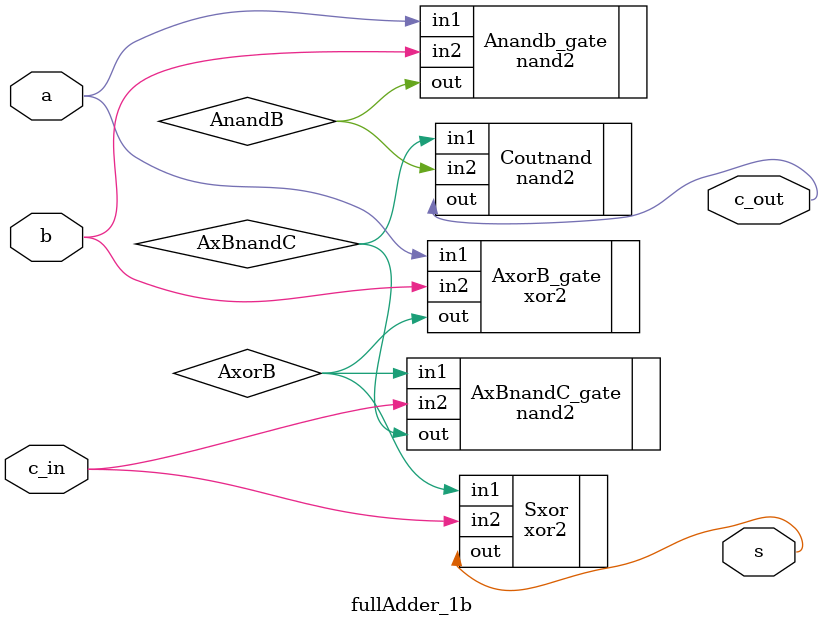
<source format=v>
/*
    CS/ECE 552 Spring '20
    Homework #1, Problem 2
    
    a 1-bit full adder
*/
module fullAdder_1b(s, c_out, a, b, c_in);
    output s;
    output c_out;
    input   a, b;
    input  c_in;

    // YOUR CODE HERE
    wire s, c_out;
    wire AnandB, AxorB, AxBnandC;
    xor2 AxorB_gate(.out(AxorB), .in1(a), .in2(b));
    xor2 Sxor(.out(s), .in1(AxorB), .in2(c_in));

    nand2 Anandb_gate(.out(AnandB), .in1(a), .in2(b));
    nand2 AxBnandC_gate(.out(AxBnandC), .in1(AxorB), .in2(c_in));
    nand2 Coutnand(.out(c_out), .in1(AxBnandC), .in2(AnandB));

endmodule

</source>
